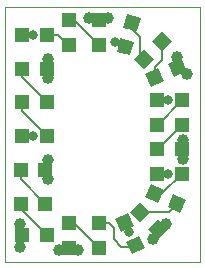
<source format=gtl>
G75*
%MOIN*%
%OFA0B0*%
%FSLAX24Y24*%
%IPPOS*%
%LPD*%
%AMOC8*
5,1,8,0,0,1.08239X$1,22.5*
%
%ADD10C,0.0000*%
%ADD11R,0.0472X0.0472*%
%ADD12R,0.0472X0.0472*%
%ADD13C,0.0397*%
%ADD14C,0.0060*%
%ADD15C,0.0317*%
D10*
X002392Y002517D02*
X002392Y011017D01*
X008892Y011017D01*
X008892Y002517D01*
X002392Y002517D01*
D11*
X002978Y003392D03*
X003805Y003392D03*
X004517Y003805D03*
X004517Y002978D03*
X005517Y002978D03*
X005517Y003805D03*
X003743Y004454D03*
X002916Y004454D03*
X002916Y005579D03*
X003743Y005579D03*
X003805Y006704D03*
X002978Y006704D03*
X002978Y007829D03*
X003805Y007829D03*
X003805Y008954D03*
X002978Y008954D03*
X002978Y010079D03*
X003805Y010079D03*
X004517Y009728D03*
X004517Y010555D03*
X005517Y010555D03*
X005517Y009728D03*
X007478Y007892D03*
X007478Y007079D03*
X007478Y006267D03*
X007478Y005454D03*
X008305Y005454D03*
X008305Y006267D03*
X008305Y007079D03*
X008305Y007892D03*
D12*
G36*
X007278Y008329D02*
X007079Y008756D01*
X007506Y008955D01*
X007705Y008528D01*
X007278Y008329D01*
G37*
G36*
X007037Y008954D02*
X006704Y009287D01*
X007037Y009620D01*
X007370Y009287D01*
X007037Y008954D01*
G37*
G36*
X006576Y009391D02*
X006121Y009514D01*
X006244Y009969D01*
X006699Y009846D01*
X006576Y009391D01*
G37*
G36*
X006790Y010189D02*
X006335Y010312D01*
X006458Y010767D01*
X006913Y010644D01*
X006790Y010189D01*
G37*
G36*
X007621Y009538D02*
X007288Y009871D01*
X007621Y010204D01*
X007954Y009871D01*
X007621Y009538D01*
G37*
G36*
X008027Y008678D02*
X007828Y009105D01*
X008255Y009304D01*
X008454Y008877D01*
X008027Y008678D01*
G37*
G36*
X007063Y004677D02*
X007262Y005104D01*
X007689Y004905D01*
X007490Y004478D01*
X007063Y004677D01*
G37*
G36*
X006579Y004184D02*
X006912Y004517D01*
X007245Y004184D01*
X006912Y003851D01*
X006579Y004184D01*
G37*
G36*
X006072Y003935D02*
X006499Y004134D01*
X006698Y003707D01*
X006271Y003508D01*
X006072Y003935D01*
G37*
G36*
X006421Y003186D02*
X006848Y003385D01*
X007047Y002958D01*
X006620Y002759D01*
X006421Y003186D01*
G37*
G36*
X007163Y003599D02*
X007496Y003932D01*
X007829Y003599D01*
X007496Y003266D01*
X007163Y003599D01*
G37*
G36*
X007813Y004328D02*
X008012Y004755D01*
X008439Y004556D01*
X008240Y004129D01*
X007813Y004328D01*
G37*
D13*
X007767Y003767D03*
X007329Y003267D03*
X004829Y002892D03*
X004204Y002892D03*
X002892Y003017D03*
X002892Y003767D03*
X003829Y005267D03*
X003829Y005892D03*
X003829Y008642D03*
X003829Y009267D03*
X005204Y010642D03*
X005829Y010642D03*
X008142Y009329D03*
X008454Y008767D03*
X008329Y006579D03*
X008329Y005954D03*
D14*
X008329Y006243D01*
X008305Y006267D01*
X008329Y006291D01*
X008329Y006579D01*
X008305Y007079D02*
X007493Y006267D01*
X007478Y006267D01*
X007478Y007079D02*
X007493Y007079D01*
X008305Y007892D01*
X007829Y007892D02*
X007478Y007892D01*
X007392Y008642D02*
X007392Y008642D01*
X007392Y009017D01*
X007621Y009246D01*
X007621Y009871D01*
X008142Y009329D02*
X008142Y008992D01*
X008141Y008991D01*
X008366Y008767D01*
X008454Y008767D01*
X007037Y009287D02*
X006892Y009432D01*
X006892Y010017D01*
X006624Y010285D01*
X006624Y010478D01*
X006260Y009829D02*
X006079Y009829D01*
X006260Y009829D02*
X006410Y009680D01*
X005517Y009728D02*
X004690Y010555D01*
X004517Y010555D01*
X004166Y010079D02*
X004517Y009728D01*
X004166Y010079D02*
X003805Y010079D01*
X003329Y010079D02*
X002978Y010079D01*
X003829Y009267D02*
X003829Y008978D01*
X003805Y008954D01*
X003829Y008930D01*
X003829Y008642D01*
X003805Y007829D02*
X002978Y008656D01*
X002978Y008954D01*
X002978Y007829D02*
X002978Y007531D01*
X003805Y006704D01*
X003329Y006704D02*
X002978Y006704D01*
X003829Y005892D02*
X003829Y005666D01*
X003743Y005579D01*
X003829Y005493D01*
X003829Y005267D01*
X003743Y004454D02*
X002916Y005281D01*
X002916Y005579D01*
X002916Y004454D02*
X002916Y004281D01*
X003805Y003392D01*
X004204Y002892D02*
X004430Y002892D01*
X004517Y002978D01*
X004603Y002892D01*
X004829Y002892D01*
X005517Y002978D02*
X004690Y003805D01*
X004517Y003805D01*
X005517Y003805D02*
X005853Y003805D01*
X006017Y003642D01*
X006017Y003267D01*
X006267Y003017D01*
X006679Y003017D01*
X006734Y003072D01*
X006517Y003517D02*
X006385Y003649D01*
X006385Y003821D01*
X006912Y004184D02*
X007868Y004184D01*
X008126Y004442D01*
X007642Y004791D02*
X008305Y005454D01*
X007829Y005454D02*
X007478Y005454D01*
X007376Y004791D02*
X007642Y004791D01*
X007664Y003767D02*
X007496Y003599D01*
X007329Y003432D01*
X007329Y003267D01*
X007664Y003767D02*
X007767Y003767D01*
X002978Y003767D02*
X002978Y003392D01*
X002978Y003017D01*
X002892Y003017D01*
X002892Y003767D02*
X002978Y003767D01*
X005517Y010555D02*
X005430Y010642D01*
X005204Y010642D01*
X005517Y010555D02*
X005603Y010642D01*
X005829Y010642D01*
D15*
X006079Y009829D03*
X007829Y007892D03*
X007829Y005454D03*
X006517Y003517D03*
X003329Y006704D03*
X003329Y010079D03*
M02*

</source>
